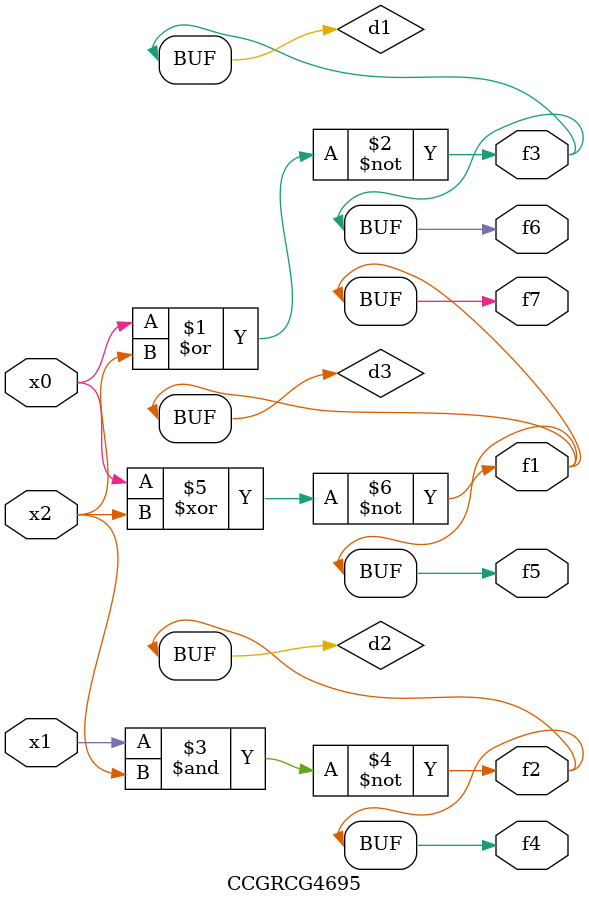
<source format=v>
module CCGRCG4695(
	input x0, x1, x2,
	output f1, f2, f3, f4, f5, f6, f7
);

	wire d1, d2, d3;

	nor (d1, x0, x2);
	nand (d2, x1, x2);
	xnor (d3, x0, x2);
	assign f1 = d3;
	assign f2 = d2;
	assign f3 = d1;
	assign f4 = d2;
	assign f5 = d3;
	assign f6 = d1;
	assign f7 = d3;
endmodule

</source>
